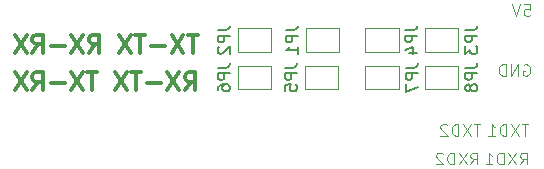
<source format=gbr>
%TF.GenerationSoftware,KiCad,Pcbnew,8.0.1*%
%TF.CreationDate,2024-09-05T21:12:14+03:00*%
%TF.ProjectId,eth-uart-breakout,6574682d-7561-4727-942d-627265616b6f,rev?*%
%TF.SameCoordinates,Original*%
%TF.FileFunction,Legend,Bot*%
%TF.FilePolarity,Positive*%
%FSLAX46Y46*%
G04 Gerber Fmt 4.6, Leading zero omitted, Abs format (unit mm)*
G04 Created by KiCad (PCBNEW 8.0.1) date 2024-09-05 21:12:14*
%MOMM*%
%LPD*%
G01*
G04 APERTURE LIST*
%ADD10C,0.100000*%
%ADD11C,0.300000*%
%ADD12C,0.150000*%
%ADD13C,0.120000*%
G04 APERTURE END LIST*
D10*
X98946687Y-82930419D02*
X99280020Y-82454228D01*
X99518115Y-82930419D02*
X99518115Y-81930419D01*
X99518115Y-81930419D02*
X99137163Y-81930419D01*
X99137163Y-81930419D02*
X99041925Y-81978038D01*
X99041925Y-81978038D02*
X98994306Y-82025657D01*
X98994306Y-82025657D02*
X98946687Y-82120895D01*
X98946687Y-82120895D02*
X98946687Y-82263752D01*
X98946687Y-82263752D02*
X98994306Y-82358990D01*
X98994306Y-82358990D02*
X99041925Y-82406609D01*
X99041925Y-82406609D02*
X99137163Y-82454228D01*
X99137163Y-82454228D02*
X99518115Y-82454228D01*
X98613353Y-81930419D02*
X97946687Y-82930419D01*
X97946687Y-81930419D02*
X98613353Y-82930419D01*
X97565734Y-82930419D02*
X97565734Y-81930419D01*
X97565734Y-81930419D02*
X97327639Y-81930419D01*
X97327639Y-81930419D02*
X97184782Y-81978038D01*
X97184782Y-81978038D02*
X97089544Y-82073276D01*
X97089544Y-82073276D02*
X97041925Y-82168514D01*
X97041925Y-82168514D02*
X96994306Y-82358990D01*
X96994306Y-82358990D02*
X96994306Y-82501847D01*
X96994306Y-82501847D02*
X97041925Y-82692323D01*
X97041925Y-82692323D02*
X97089544Y-82787561D01*
X97089544Y-82787561D02*
X97184782Y-82882800D01*
X97184782Y-82882800D02*
X97327639Y-82930419D01*
X97327639Y-82930419D02*
X97565734Y-82930419D01*
X96613353Y-82025657D02*
X96565734Y-81978038D01*
X96565734Y-81978038D02*
X96470496Y-81930419D01*
X96470496Y-81930419D02*
X96232401Y-81930419D01*
X96232401Y-81930419D02*
X96137163Y-81978038D01*
X96137163Y-81978038D02*
X96089544Y-82025657D01*
X96089544Y-82025657D02*
X96041925Y-82120895D01*
X96041925Y-82120895D02*
X96041925Y-82216133D01*
X96041925Y-82216133D02*
X96089544Y-82358990D01*
X96089544Y-82358990D02*
X96660972Y-82930419D01*
X96660972Y-82930419D02*
X96041925Y-82930419D01*
X103137687Y-82930419D02*
X103471020Y-82454228D01*
X103709115Y-82930419D02*
X103709115Y-81930419D01*
X103709115Y-81930419D02*
X103328163Y-81930419D01*
X103328163Y-81930419D02*
X103232925Y-81978038D01*
X103232925Y-81978038D02*
X103185306Y-82025657D01*
X103185306Y-82025657D02*
X103137687Y-82120895D01*
X103137687Y-82120895D02*
X103137687Y-82263752D01*
X103137687Y-82263752D02*
X103185306Y-82358990D01*
X103185306Y-82358990D02*
X103232925Y-82406609D01*
X103232925Y-82406609D02*
X103328163Y-82454228D01*
X103328163Y-82454228D02*
X103709115Y-82454228D01*
X102804353Y-81930419D02*
X102137687Y-82930419D01*
X102137687Y-81930419D02*
X102804353Y-82930419D01*
X101756734Y-82930419D02*
X101756734Y-81930419D01*
X101756734Y-81930419D02*
X101518639Y-81930419D01*
X101518639Y-81930419D02*
X101375782Y-81978038D01*
X101375782Y-81978038D02*
X101280544Y-82073276D01*
X101280544Y-82073276D02*
X101232925Y-82168514D01*
X101232925Y-82168514D02*
X101185306Y-82358990D01*
X101185306Y-82358990D02*
X101185306Y-82501847D01*
X101185306Y-82501847D02*
X101232925Y-82692323D01*
X101232925Y-82692323D02*
X101280544Y-82787561D01*
X101280544Y-82787561D02*
X101375782Y-82882800D01*
X101375782Y-82882800D02*
X101518639Y-82930419D01*
X101518639Y-82930419D02*
X101756734Y-82930419D01*
X100232925Y-82930419D02*
X100804353Y-82930419D01*
X100518639Y-82930419D02*
X100518639Y-81930419D01*
X100518639Y-81930419D02*
X100613877Y-82073276D01*
X100613877Y-82073276D02*
X100709115Y-82168514D01*
X100709115Y-82168514D02*
X100804353Y-82216133D01*
X103851972Y-79517419D02*
X103280544Y-79517419D01*
X103566258Y-80517419D02*
X103566258Y-79517419D01*
X103042448Y-79517419D02*
X102375782Y-80517419D01*
X102375782Y-79517419D02*
X103042448Y-80517419D01*
X101994829Y-80517419D02*
X101994829Y-79517419D01*
X101994829Y-79517419D02*
X101756734Y-79517419D01*
X101756734Y-79517419D02*
X101613877Y-79565038D01*
X101613877Y-79565038D02*
X101518639Y-79660276D01*
X101518639Y-79660276D02*
X101471020Y-79755514D01*
X101471020Y-79755514D02*
X101423401Y-79945990D01*
X101423401Y-79945990D02*
X101423401Y-80088847D01*
X101423401Y-80088847D02*
X101471020Y-80279323D01*
X101471020Y-80279323D02*
X101518639Y-80374561D01*
X101518639Y-80374561D02*
X101613877Y-80469800D01*
X101613877Y-80469800D02*
X101756734Y-80517419D01*
X101756734Y-80517419D02*
X101994829Y-80517419D01*
X100471020Y-80517419D02*
X101042448Y-80517419D01*
X100756734Y-80517419D02*
X100756734Y-79517419D01*
X100756734Y-79517419D02*
X100851972Y-79660276D01*
X100851972Y-79660276D02*
X100947210Y-79755514D01*
X100947210Y-79755514D02*
X101042448Y-79803133D01*
X99787972Y-79517419D02*
X99216544Y-79517419D01*
X99502258Y-80517419D02*
X99502258Y-79517419D01*
X98978448Y-79517419D02*
X98311782Y-80517419D01*
X98311782Y-79517419D02*
X98978448Y-80517419D01*
X97930829Y-80517419D02*
X97930829Y-79517419D01*
X97930829Y-79517419D02*
X97692734Y-79517419D01*
X97692734Y-79517419D02*
X97549877Y-79565038D01*
X97549877Y-79565038D02*
X97454639Y-79660276D01*
X97454639Y-79660276D02*
X97407020Y-79755514D01*
X97407020Y-79755514D02*
X97359401Y-79945990D01*
X97359401Y-79945990D02*
X97359401Y-80088847D01*
X97359401Y-80088847D02*
X97407020Y-80279323D01*
X97407020Y-80279323D02*
X97454639Y-80374561D01*
X97454639Y-80374561D02*
X97549877Y-80469800D01*
X97549877Y-80469800D02*
X97692734Y-80517419D01*
X97692734Y-80517419D02*
X97930829Y-80517419D01*
X96978448Y-79612657D02*
X96930829Y-79565038D01*
X96930829Y-79565038D02*
X96835591Y-79517419D01*
X96835591Y-79517419D02*
X96597496Y-79517419D01*
X96597496Y-79517419D02*
X96502258Y-79565038D01*
X96502258Y-79565038D02*
X96454639Y-79612657D01*
X96454639Y-79612657D02*
X96407020Y-79707895D01*
X96407020Y-79707895D02*
X96407020Y-79803133D01*
X96407020Y-79803133D02*
X96454639Y-79945990D01*
X96454639Y-79945990D02*
X97026067Y-80517419D01*
X97026067Y-80517419D02*
X96407020Y-80517419D01*
X103439306Y-74485038D02*
X103534544Y-74437419D01*
X103534544Y-74437419D02*
X103677401Y-74437419D01*
X103677401Y-74437419D02*
X103820258Y-74485038D01*
X103820258Y-74485038D02*
X103915496Y-74580276D01*
X103915496Y-74580276D02*
X103963115Y-74675514D01*
X103963115Y-74675514D02*
X104010734Y-74865990D01*
X104010734Y-74865990D02*
X104010734Y-75008847D01*
X104010734Y-75008847D02*
X103963115Y-75199323D01*
X103963115Y-75199323D02*
X103915496Y-75294561D01*
X103915496Y-75294561D02*
X103820258Y-75389800D01*
X103820258Y-75389800D02*
X103677401Y-75437419D01*
X103677401Y-75437419D02*
X103582163Y-75437419D01*
X103582163Y-75437419D02*
X103439306Y-75389800D01*
X103439306Y-75389800D02*
X103391687Y-75342180D01*
X103391687Y-75342180D02*
X103391687Y-75008847D01*
X103391687Y-75008847D02*
X103582163Y-75008847D01*
X102963115Y-75437419D02*
X102963115Y-74437419D01*
X102963115Y-74437419D02*
X102391687Y-75437419D01*
X102391687Y-75437419D02*
X102391687Y-74437419D01*
X101915496Y-75437419D02*
X101915496Y-74437419D01*
X101915496Y-74437419D02*
X101677401Y-74437419D01*
X101677401Y-74437419D02*
X101534544Y-74485038D01*
X101534544Y-74485038D02*
X101439306Y-74580276D01*
X101439306Y-74580276D02*
X101391687Y-74675514D01*
X101391687Y-74675514D02*
X101344068Y-74865990D01*
X101344068Y-74865990D02*
X101344068Y-75008847D01*
X101344068Y-75008847D02*
X101391687Y-75199323D01*
X101391687Y-75199323D02*
X101439306Y-75294561D01*
X101439306Y-75294561D02*
X101534544Y-75389800D01*
X101534544Y-75389800D02*
X101677401Y-75437419D01*
X101677401Y-75437419D02*
X101915496Y-75437419D01*
D11*
X75859774Y-71960828D02*
X75002632Y-71960828D01*
X75431203Y-73460828D02*
X75431203Y-71960828D01*
X74645489Y-71960828D02*
X73645489Y-73460828D01*
X73645489Y-71960828D02*
X74645489Y-73460828D01*
X73074061Y-72889400D02*
X71931204Y-72889400D01*
X71431203Y-71960828D02*
X70574061Y-71960828D01*
X71002632Y-73460828D02*
X71002632Y-71960828D01*
X70216918Y-71960828D02*
X69216918Y-73460828D01*
X69216918Y-71960828D02*
X70216918Y-73460828D01*
X66645490Y-73460828D02*
X67145490Y-72746542D01*
X67502633Y-73460828D02*
X67502633Y-71960828D01*
X67502633Y-71960828D02*
X66931204Y-71960828D01*
X66931204Y-71960828D02*
X66788347Y-72032257D01*
X66788347Y-72032257D02*
X66716918Y-72103685D01*
X66716918Y-72103685D02*
X66645490Y-72246542D01*
X66645490Y-72246542D02*
X66645490Y-72460828D01*
X66645490Y-72460828D02*
X66716918Y-72603685D01*
X66716918Y-72603685D02*
X66788347Y-72675114D01*
X66788347Y-72675114D02*
X66931204Y-72746542D01*
X66931204Y-72746542D02*
X67502633Y-72746542D01*
X66145490Y-71960828D02*
X65145490Y-73460828D01*
X65145490Y-71960828D02*
X66145490Y-73460828D01*
X64574062Y-72889400D02*
X63431205Y-72889400D01*
X61859776Y-73460828D02*
X62359776Y-72746542D01*
X62716919Y-73460828D02*
X62716919Y-71960828D01*
X62716919Y-71960828D02*
X62145490Y-71960828D01*
X62145490Y-71960828D02*
X62002633Y-72032257D01*
X62002633Y-72032257D02*
X61931204Y-72103685D01*
X61931204Y-72103685D02*
X61859776Y-72246542D01*
X61859776Y-72246542D02*
X61859776Y-72460828D01*
X61859776Y-72460828D02*
X61931204Y-72603685D01*
X61931204Y-72603685D02*
X62002633Y-72675114D01*
X62002633Y-72675114D02*
X62145490Y-72746542D01*
X62145490Y-72746542D02*
X62716919Y-72746542D01*
X61359776Y-71960828D02*
X60359776Y-73460828D01*
X60359776Y-71960828D02*
X61359776Y-73460828D01*
X74788346Y-76635828D02*
X75288346Y-75921542D01*
X75645489Y-76635828D02*
X75645489Y-75135828D01*
X75645489Y-75135828D02*
X75074060Y-75135828D01*
X75074060Y-75135828D02*
X74931203Y-75207257D01*
X74931203Y-75207257D02*
X74859774Y-75278685D01*
X74859774Y-75278685D02*
X74788346Y-75421542D01*
X74788346Y-75421542D02*
X74788346Y-75635828D01*
X74788346Y-75635828D02*
X74859774Y-75778685D01*
X74859774Y-75778685D02*
X74931203Y-75850114D01*
X74931203Y-75850114D02*
X75074060Y-75921542D01*
X75074060Y-75921542D02*
X75645489Y-75921542D01*
X74288346Y-75135828D02*
X73288346Y-76635828D01*
X73288346Y-75135828D02*
X74288346Y-76635828D01*
X72716918Y-76064400D02*
X71574061Y-76064400D01*
X71074060Y-75135828D02*
X70216918Y-75135828D01*
X70645489Y-76635828D02*
X70645489Y-75135828D01*
X69859775Y-75135828D02*
X68859775Y-76635828D01*
X68859775Y-75135828D02*
X69859775Y-76635828D01*
X67359775Y-75135828D02*
X66502633Y-75135828D01*
X66931204Y-76635828D02*
X66931204Y-75135828D01*
X66145490Y-75135828D02*
X65145490Y-76635828D01*
X65145490Y-75135828D02*
X66145490Y-76635828D01*
X64574062Y-76064400D02*
X63431205Y-76064400D01*
X61859776Y-76635828D02*
X62359776Y-75921542D01*
X62716919Y-76635828D02*
X62716919Y-75135828D01*
X62716919Y-75135828D02*
X62145490Y-75135828D01*
X62145490Y-75135828D02*
X62002633Y-75207257D01*
X62002633Y-75207257D02*
X61931204Y-75278685D01*
X61931204Y-75278685D02*
X61859776Y-75421542D01*
X61859776Y-75421542D02*
X61859776Y-75635828D01*
X61859776Y-75635828D02*
X61931204Y-75778685D01*
X61931204Y-75778685D02*
X62002633Y-75850114D01*
X62002633Y-75850114D02*
X62145490Y-75921542D01*
X62145490Y-75921542D02*
X62716919Y-75921542D01*
X61359776Y-75135828D02*
X60359776Y-76635828D01*
X60359776Y-75135828D02*
X61359776Y-76635828D01*
D10*
X103486925Y-69357419D02*
X103963115Y-69357419D01*
X103963115Y-69357419D02*
X104010734Y-69833609D01*
X104010734Y-69833609D02*
X103963115Y-69785990D01*
X103963115Y-69785990D02*
X103867877Y-69738371D01*
X103867877Y-69738371D02*
X103629782Y-69738371D01*
X103629782Y-69738371D02*
X103534544Y-69785990D01*
X103534544Y-69785990D02*
X103486925Y-69833609D01*
X103486925Y-69833609D02*
X103439306Y-69928847D01*
X103439306Y-69928847D02*
X103439306Y-70166942D01*
X103439306Y-70166942D02*
X103486925Y-70262180D01*
X103486925Y-70262180D02*
X103534544Y-70309800D01*
X103534544Y-70309800D02*
X103629782Y-70357419D01*
X103629782Y-70357419D02*
X103867877Y-70357419D01*
X103867877Y-70357419D02*
X103963115Y-70309800D01*
X103963115Y-70309800D02*
X104010734Y-70262180D01*
X103153591Y-69357419D02*
X102820258Y-70357419D01*
X102820258Y-70357419D02*
X102486925Y-69357419D01*
D12*
X93464819Y-74731666D02*
X94179104Y-74731666D01*
X94179104Y-74731666D02*
X94321961Y-74684047D01*
X94321961Y-74684047D02*
X94417200Y-74588809D01*
X94417200Y-74588809D02*
X94464819Y-74445952D01*
X94464819Y-74445952D02*
X94464819Y-74350714D01*
X94464819Y-75207857D02*
X93464819Y-75207857D01*
X93464819Y-75207857D02*
X93464819Y-75588809D01*
X93464819Y-75588809D02*
X93512438Y-75684047D01*
X93512438Y-75684047D02*
X93560057Y-75731666D01*
X93560057Y-75731666D02*
X93655295Y-75779285D01*
X93655295Y-75779285D02*
X93798152Y-75779285D01*
X93798152Y-75779285D02*
X93893390Y-75731666D01*
X93893390Y-75731666D02*
X93941009Y-75684047D01*
X93941009Y-75684047D02*
X93988628Y-75588809D01*
X93988628Y-75588809D02*
X93988628Y-75207857D01*
X93464819Y-76112619D02*
X93464819Y-76779285D01*
X93464819Y-76779285D02*
X94464819Y-76350714D01*
X83319819Y-71556666D02*
X84034104Y-71556666D01*
X84034104Y-71556666D02*
X84176961Y-71509047D01*
X84176961Y-71509047D02*
X84272200Y-71413809D01*
X84272200Y-71413809D02*
X84319819Y-71270952D01*
X84319819Y-71270952D02*
X84319819Y-71175714D01*
X84319819Y-72032857D02*
X83319819Y-72032857D01*
X83319819Y-72032857D02*
X83319819Y-72413809D01*
X83319819Y-72413809D02*
X83367438Y-72509047D01*
X83367438Y-72509047D02*
X83415057Y-72556666D01*
X83415057Y-72556666D02*
X83510295Y-72604285D01*
X83510295Y-72604285D02*
X83653152Y-72604285D01*
X83653152Y-72604285D02*
X83748390Y-72556666D01*
X83748390Y-72556666D02*
X83796009Y-72509047D01*
X83796009Y-72509047D02*
X83843628Y-72413809D01*
X83843628Y-72413809D02*
X83843628Y-72032857D01*
X84319819Y-73556666D02*
X84319819Y-72985238D01*
X84319819Y-73270952D02*
X83319819Y-73270952D01*
X83319819Y-73270952D02*
X83462676Y-73175714D01*
X83462676Y-73175714D02*
X83557914Y-73080476D01*
X83557914Y-73080476D02*
X83605533Y-72985238D01*
X98514819Y-74731666D02*
X99229104Y-74731666D01*
X99229104Y-74731666D02*
X99371961Y-74684047D01*
X99371961Y-74684047D02*
X99467200Y-74588809D01*
X99467200Y-74588809D02*
X99514819Y-74445952D01*
X99514819Y-74445952D02*
X99514819Y-74350714D01*
X99514819Y-75207857D02*
X98514819Y-75207857D01*
X98514819Y-75207857D02*
X98514819Y-75588809D01*
X98514819Y-75588809D02*
X98562438Y-75684047D01*
X98562438Y-75684047D02*
X98610057Y-75731666D01*
X98610057Y-75731666D02*
X98705295Y-75779285D01*
X98705295Y-75779285D02*
X98848152Y-75779285D01*
X98848152Y-75779285D02*
X98943390Y-75731666D01*
X98943390Y-75731666D02*
X98991009Y-75684047D01*
X98991009Y-75684047D02*
X99038628Y-75588809D01*
X99038628Y-75588809D02*
X99038628Y-75207857D01*
X98943390Y-76350714D02*
X98895771Y-76255476D01*
X98895771Y-76255476D02*
X98848152Y-76207857D01*
X98848152Y-76207857D02*
X98752914Y-76160238D01*
X98752914Y-76160238D02*
X98705295Y-76160238D01*
X98705295Y-76160238D02*
X98610057Y-76207857D01*
X98610057Y-76207857D02*
X98562438Y-76255476D01*
X98562438Y-76255476D02*
X98514819Y-76350714D01*
X98514819Y-76350714D02*
X98514819Y-76541190D01*
X98514819Y-76541190D02*
X98562438Y-76636428D01*
X98562438Y-76636428D02*
X98610057Y-76684047D01*
X98610057Y-76684047D02*
X98705295Y-76731666D01*
X98705295Y-76731666D02*
X98752914Y-76731666D01*
X98752914Y-76731666D02*
X98848152Y-76684047D01*
X98848152Y-76684047D02*
X98895771Y-76636428D01*
X98895771Y-76636428D02*
X98943390Y-76541190D01*
X98943390Y-76541190D02*
X98943390Y-76350714D01*
X98943390Y-76350714D02*
X98991009Y-76255476D01*
X98991009Y-76255476D02*
X99038628Y-76207857D01*
X99038628Y-76207857D02*
X99133866Y-76160238D01*
X99133866Y-76160238D02*
X99324342Y-76160238D01*
X99324342Y-76160238D02*
X99419580Y-76207857D01*
X99419580Y-76207857D02*
X99467200Y-76255476D01*
X99467200Y-76255476D02*
X99514819Y-76350714D01*
X99514819Y-76350714D02*
X99514819Y-76541190D01*
X99514819Y-76541190D02*
X99467200Y-76636428D01*
X99467200Y-76636428D02*
X99419580Y-76684047D01*
X99419580Y-76684047D02*
X99324342Y-76731666D01*
X99324342Y-76731666D02*
X99133866Y-76731666D01*
X99133866Y-76731666D02*
X99038628Y-76684047D01*
X99038628Y-76684047D02*
X98991009Y-76636428D01*
X98991009Y-76636428D02*
X98943390Y-76541190D01*
X77559819Y-74731666D02*
X78274104Y-74731666D01*
X78274104Y-74731666D02*
X78416961Y-74684047D01*
X78416961Y-74684047D02*
X78512200Y-74588809D01*
X78512200Y-74588809D02*
X78559819Y-74445952D01*
X78559819Y-74445952D02*
X78559819Y-74350714D01*
X78559819Y-75207857D02*
X77559819Y-75207857D01*
X77559819Y-75207857D02*
X77559819Y-75588809D01*
X77559819Y-75588809D02*
X77607438Y-75684047D01*
X77607438Y-75684047D02*
X77655057Y-75731666D01*
X77655057Y-75731666D02*
X77750295Y-75779285D01*
X77750295Y-75779285D02*
X77893152Y-75779285D01*
X77893152Y-75779285D02*
X77988390Y-75731666D01*
X77988390Y-75731666D02*
X78036009Y-75684047D01*
X78036009Y-75684047D02*
X78083628Y-75588809D01*
X78083628Y-75588809D02*
X78083628Y-75207857D01*
X77559819Y-76636428D02*
X77559819Y-76445952D01*
X77559819Y-76445952D02*
X77607438Y-76350714D01*
X77607438Y-76350714D02*
X77655057Y-76303095D01*
X77655057Y-76303095D02*
X77797914Y-76207857D01*
X77797914Y-76207857D02*
X77988390Y-76160238D01*
X77988390Y-76160238D02*
X78369342Y-76160238D01*
X78369342Y-76160238D02*
X78464580Y-76207857D01*
X78464580Y-76207857D02*
X78512200Y-76255476D01*
X78512200Y-76255476D02*
X78559819Y-76350714D01*
X78559819Y-76350714D02*
X78559819Y-76541190D01*
X78559819Y-76541190D02*
X78512200Y-76636428D01*
X78512200Y-76636428D02*
X78464580Y-76684047D01*
X78464580Y-76684047D02*
X78369342Y-76731666D01*
X78369342Y-76731666D02*
X78131247Y-76731666D01*
X78131247Y-76731666D02*
X78036009Y-76684047D01*
X78036009Y-76684047D02*
X77988390Y-76636428D01*
X77988390Y-76636428D02*
X77940771Y-76541190D01*
X77940771Y-76541190D02*
X77940771Y-76350714D01*
X77940771Y-76350714D02*
X77988390Y-76255476D01*
X77988390Y-76255476D02*
X78036009Y-76207857D01*
X78036009Y-76207857D02*
X78131247Y-76160238D01*
X83244819Y-74731666D02*
X83959104Y-74731666D01*
X83959104Y-74731666D02*
X84101961Y-74684047D01*
X84101961Y-74684047D02*
X84197200Y-74588809D01*
X84197200Y-74588809D02*
X84244819Y-74445952D01*
X84244819Y-74445952D02*
X84244819Y-74350714D01*
X84244819Y-75207857D02*
X83244819Y-75207857D01*
X83244819Y-75207857D02*
X83244819Y-75588809D01*
X83244819Y-75588809D02*
X83292438Y-75684047D01*
X83292438Y-75684047D02*
X83340057Y-75731666D01*
X83340057Y-75731666D02*
X83435295Y-75779285D01*
X83435295Y-75779285D02*
X83578152Y-75779285D01*
X83578152Y-75779285D02*
X83673390Y-75731666D01*
X83673390Y-75731666D02*
X83721009Y-75684047D01*
X83721009Y-75684047D02*
X83768628Y-75588809D01*
X83768628Y-75588809D02*
X83768628Y-75207857D01*
X83244819Y-76684047D02*
X83244819Y-76207857D01*
X83244819Y-76207857D02*
X83721009Y-76160238D01*
X83721009Y-76160238D02*
X83673390Y-76207857D01*
X83673390Y-76207857D02*
X83625771Y-76303095D01*
X83625771Y-76303095D02*
X83625771Y-76541190D01*
X83625771Y-76541190D02*
X83673390Y-76636428D01*
X83673390Y-76636428D02*
X83721009Y-76684047D01*
X83721009Y-76684047D02*
X83816247Y-76731666D01*
X83816247Y-76731666D02*
X84054342Y-76731666D01*
X84054342Y-76731666D02*
X84149580Y-76684047D01*
X84149580Y-76684047D02*
X84197200Y-76636428D01*
X84197200Y-76636428D02*
X84244819Y-76541190D01*
X84244819Y-76541190D02*
X84244819Y-76303095D01*
X84244819Y-76303095D02*
X84197200Y-76207857D01*
X84197200Y-76207857D02*
X84149580Y-76160238D01*
X98514819Y-71556666D02*
X99229104Y-71556666D01*
X99229104Y-71556666D02*
X99371961Y-71509047D01*
X99371961Y-71509047D02*
X99467200Y-71413809D01*
X99467200Y-71413809D02*
X99514819Y-71270952D01*
X99514819Y-71270952D02*
X99514819Y-71175714D01*
X99514819Y-72032857D02*
X98514819Y-72032857D01*
X98514819Y-72032857D02*
X98514819Y-72413809D01*
X98514819Y-72413809D02*
X98562438Y-72509047D01*
X98562438Y-72509047D02*
X98610057Y-72556666D01*
X98610057Y-72556666D02*
X98705295Y-72604285D01*
X98705295Y-72604285D02*
X98848152Y-72604285D01*
X98848152Y-72604285D02*
X98943390Y-72556666D01*
X98943390Y-72556666D02*
X98991009Y-72509047D01*
X98991009Y-72509047D02*
X99038628Y-72413809D01*
X99038628Y-72413809D02*
X99038628Y-72032857D01*
X98514819Y-72937619D02*
X98514819Y-73556666D01*
X98514819Y-73556666D02*
X98895771Y-73223333D01*
X98895771Y-73223333D02*
X98895771Y-73366190D01*
X98895771Y-73366190D02*
X98943390Y-73461428D01*
X98943390Y-73461428D02*
X98991009Y-73509047D01*
X98991009Y-73509047D02*
X99086247Y-73556666D01*
X99086247Y-73556666D02*
X99324342Y-73556666D01*
X99324342Y-73556666D02*
X99419580Y-73509047D01*
X99419580Y-73509047D02*
X99467200Y-73461428D01*
X99467200Y-73461428D02*
X99514819Y-73366190D01*
X99514819Y-73366190D02*
X99514819Y-73080476D01*
X99514819Y-73080476D02*
X99467200Y-72985238D01*
X99467200Y-72985238D02*
X99419580Y-72937619D01*
X77559819Y-71556666D02*
X78274104Y-71556666D01*
X78274104Y-71556666D02*
X78416961Y-71509047D01*
X78416961Y-71509047D02*
X78512200Y-71413809D01*
X78512200Y-71413809D02*
X78559819Y-71270952D01*
X78559819Y-71270952D02*
X78559819Y-71175714D01*
X78559819Y-72032857D02*
X77559819Y-72032857D01*
X77559819Y-72032857D02*
X77559819Y-72413809D01*
X77559819Y-72413809D02*
X77607438Y-72509047D01*
X77607438Y-72509047D02*
X77655057Y-72556666D01*
X77655057Y-72556666D02*
X77750295Y-72604285D01*
X77750295Y-72604285D02*
X77893152Y-72604285D01*
X77893152Y-72604285D02*
X77988390Y-72556666D01*
X77988390Y-72556666D02*
X78036009Y-72509047D01*
X78036009Y-72509047D02*
X78083628Y-72413809D01*
X78083628Y-72413809D02*
X78083628Y-72032857D01*
X77655057Y-72985238D02*
X77607438Y-73032857D01*
X77607438Y-73032857D02*
X77559819Y-73128095D01*
X77559819Y-73128095D02*
X77559819Y-73366190D01*
X77559819Y-73366190D02*
X77607438Y-73461428D01*
X77607438Y-73461428D02*
X77655057Y-73509047D01*
X77655057Y-73509047D02*
X77750295Y-73556666D01*
X77750295Y-73556666D02*
X77845533Y-73556666D01*
X77845533Y-73556666D02*
X77988390Y-73509047D01*
X77988390Y-73509047D02*
X78559819Y-72937619D01*
X78559819Y-72937619D02*
X78559819Y-73556666D01*
X93434819Y-71556666D02*
X94149104Y-71556666D01*
X94149104Y-71556666D02*
X94291961Y-71509047D01*
X94291961Y-71509047D02*
X94387200Y-71413809D01*
X94387200Y-71413809D02*
X94434819Y-71270952D01*
X94434819Y-71270952D02*
X94434819Y-71175714D01*
X94434819Y-72032857D02*
X93434819Y-72032857D01*
X93434819Y-72032857D02*
X93434819Y-72413809D01*
X93434819Y-72413809D02*
X93482438Y-72509047D01*
X93482438Y-72509047D02*
X93530057Y-72556666D01*
X93530057Y-72556666D02*
X93625295Y-72604285D01*
X93625295Y-72604285D02*
X93768152Y-72604285D01*
X93768152Y-72604285D02*
X93863390Y-72556666D01*
X93863390Y-72556666D02*
X93911009Y-72509047D01*
X93911009Y-72509047D02*
X93958628Y-72413809D01*
X93958628Y-72413809D02*
X93958628Y-72032857D01*
X93768152Y-73461428D02*
X94434819Y-73461428D01*
X93387200Y-73223333D02*
X94101485Y-72985238D01*
X94101485Y-72985238D02*
X94101485Y-73604285D01*
D13*
%TO.C,JP7*%
X90055000Y-74565000D02*
X92855000Y-74565000D01*
X90055000Y-76565000D02*
X90055000Y-74565000D01*
X92855000Y-74565000D02*
X92855000Y-76565000D01*
X92855000Y-76565000D02*
X90055000Y-76565000D01*
%TO.C,JP1*%
X85005000Y-71390000D02*
X87805000Y-71390000D01*
X85005000Y-73390000D02*
X85005000Y-71390000D01*
X87805000Y-71390000D02*
X87805000Y-73390000D01*
X87805000Y-73390000D02*
X85005000Y-73390000D01*
%TO.C,JP8*%
X95105000Y-74565000D02*
X97905000Y-74565000D01*
X95105000Y-76565000D02*
X95105000Y-74565000D01*
X97905000Y-74565000D02*
X97905000Y-76565000D01*
X97905000Y-76565000D02*
X95105000Y-76565000D01*
%TO.C,JP6*%
X79245000Y-74565000D02*
X82045000Y-74565000D01*
X79245000Y-76565000D02*
X79245000Y-74565000D01*
X82045000Y-74565000D02*
X82045000Y-76565000D01*
X82045000Y-76565000D02*
X79245000Y-76565000D01*
%TO.C,JP5*%
X84945000Y-74565000D02*
X87745000Y-74565000D01*
X84945000Y-76565000D02*
X84945000Y-74565000D01*
X87745000Y-74565000D02*
X87745000Y-76565000D01*
X87745000Y-76565000D02*
X84945000Y-76565000D01*
%TO.C,JP3*%
X95105000Y-71390000D02*
X97905000Y-71390000D01*
X95105000Y-73390000D02*
X95105000Y-71390000D01*
X97905000Y-71390000D02*
X97905000Y-73390000D01*
X97905000Y-73390000D02*
X95105000Y-73390000D01*
%TO.C,JP2*%
X79260000Y-71390000D02*
X82060000Y-71390000D01*
X79260000Y-73390000D02*
X79260000Y-71390000D01*
X82060000Y-71390000D02*
X82060000Y-73390000D01*
X82060000Y-73390000D02*
X79260000Y-73390000D01*
%TO.C,JP4*%
X90055000Y-71390000D02*
X92855000Y-71390000D01*
X90055000Y-73390000D02*
X90055000Y-71390000D01*
X92855000Y-71390000D02*
X92855000Y-73390000D01*
X92855000Y-73390000D02*
X90055000Y-73390000D01*
%TD*%
M02*

</source>
